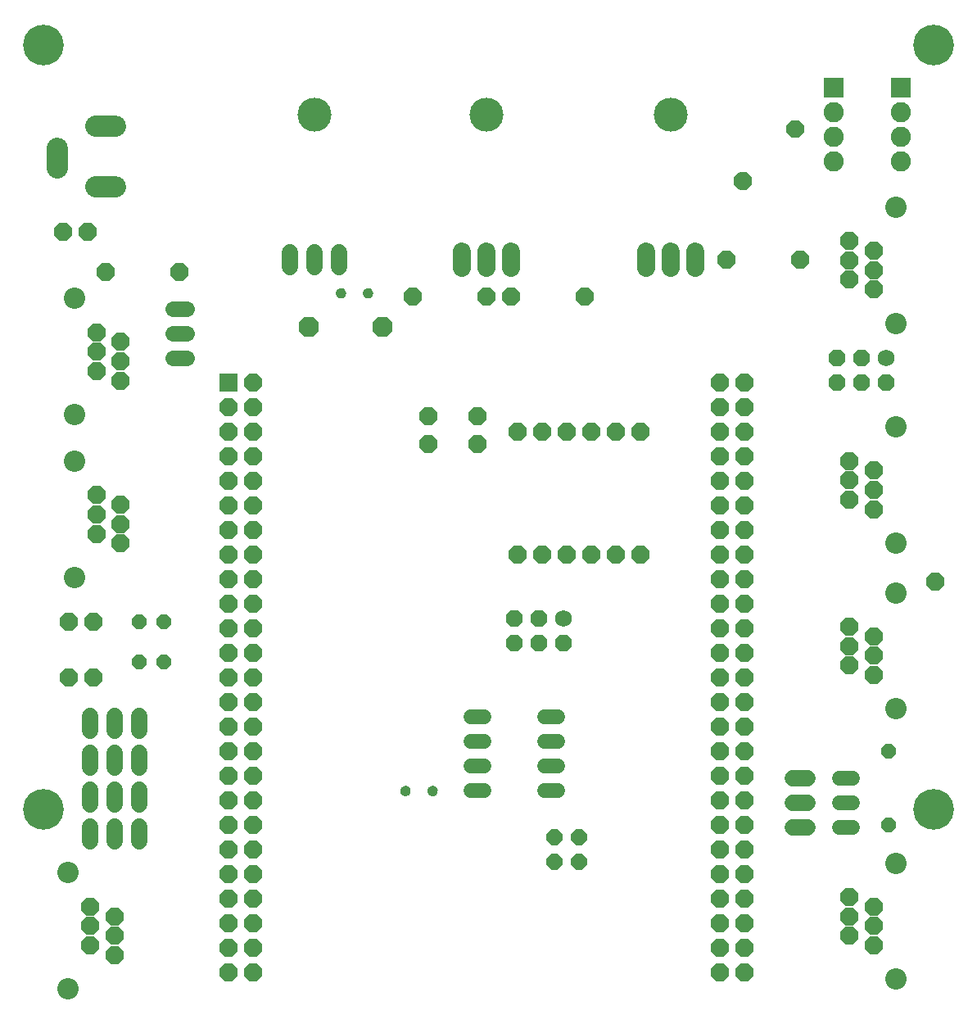
<source format=gts>
G75*
G70*
%OFA0B0*%
%FSLAX24Y24*%
%IPPOS*%
%LPD*%
%AMOC8*
5,1,8,0,0,1.08239X$1,22.5*
%
%ADD10C,0.1655*%
%ADD11R,0.0740X0.0740*%
%ADD12OC8,0.0740*%
%ADD13C,0.0867*%
%ADD14C,0.0680*%
%ADD15OC8,0.0680*%
%ADD16C,0.0600*%
%ADD17C,0.0050*%
%ADD18R,0.0820X0.0820*%
%ADD19C,0.0820*%
%ADD20OC8,0.0600*%
%ADD21C,0.0680*%
%ADD22C,0.0867*%
%ADD23C,0.1380*%
%ADD24OC8,0.0830*%
%ADD25C,0.0740*%
%ADD26C,0.0148*%
%ADD27C,0.0640*%
%ADD28OC8,0.0640*%
D10*
X005649Y010963D03*
X005649Y042066D03*
X041869Y042066D03*
X041869Y010963D03*
D11*
X013180Y028333D03*
D12*
X013180Y027333D03*
X013180Y026333D03*
X013180Y025333D03*
X014180Y025333D03*
X014180Y026333D03*
X014180Y027333D03*
X014180Y028333D03*
X014180Y024333D03*
X014180Y023333D03*
X014180Y022333D03*
X014180Y021333D03*
X014180Y020333D03*
X013180Y020333D03*
X013180Y021333D03*
X013180Y022333D03*
X013180Y023333D03*
X013180Y024333D03*
X008789Y023352D03*
X008789Y022565D03*
X008789Y021777D03*
X007805Y022171D03*
X007805Y022958D03*
X007805Y023746D03*
X008789Y028402D03*
X008789Y029190D03*
X008789Y029977D03*
X007805Y030371D03*
X007805Y029583D03*
X007805Y028796D03*
X008180Y032833D03*
X007430Y034458D03*
X006430Y034458D03*
X011180Y032833D03*
X020680Y031833D03*
X023680Y031833D03*
X024680Y031833D03*
X027680Y031833D03*
X023305Y026958D03*
X023305Y025833D03*
X024930Y026333D03*
X025930Y026333D03*
X026930Y026333D03*
X027930Y026333D03*
X028930Y026333D03*
X029930Y026333D03*
X033180Y026333D03*
X033180Y025333D03*
X034180Y025333D03*
X034180Y026333D03*
X034180Y027333D03*
X033180Y027333D03*
X033180Y028333D03*
X034180Y028333D03*
X034180Y024333D03*
X034180Y023333D03*
X034180Y022333D03*
X034180Y021333D03*
X034180Y020333D03*
X033180Y020333D03*
X033180Y021333D03*
X033180Y022333D03*
X033180Y023333D03*
X033180Y024333D03*
X029930Y021333D03*
X028930Y021333D03*
X027930Y021333D03*
X026930Y021333D03*
X025930Y021333D03*
X024930Y021333D03*
X021305Y025833D03*
X021305Y026958D03*
X014180Y019333D03*
X014180Y018333D03*
X014180Y017333D03*
X014180Y016333D03*
X014180Y015333D03*
X013180Y015333D03*
X013180Y016333D03*
X013180Y017333D03*
X013180Y018333D03*
X013180Y019333D03*
X013180Y014333D03*
X013180Y013333D03*
X013180Y012333D03*
X013180Y011333D03*
X014180Y011333D03*
X014180Y012333D03*
X014180Y013333D03*
X014180Y014333D03*
X014180Y010333D03*
X014180Y009333D03*
X014180Y008333D03*
X014180Y007333D03*
X014180Y006333D03*
X013180Y006333D03*
X013180Y007333D03*
X013180Y008333D03*
X013180Y009333D03*
X013180Y010333D03*
X008539Y006602D03*
X008539Y005815D03*
X008539Y005027D03*
X007555Y005421D03*
X007555Y006208D03*
X007555Y006996D03*
X013180Y005333D03*
X013180Y004333D03*
X014180Y004333D03*
X014180Y005333D03*
X007680Y016333D03*
X006680Y016333D03*
X006680Y018583D03*
X007680Y018583D03*
X033180Y018333D03*
X033180Y017333D03*
X033180Y016333D03*
X033180Y015333D03*
X034180Y015333D03*
X034180Y016333D03*
X034180Y017333D03*
X034180Y018333D03*
X034180Y019333D03*
X033180Y019333D03*
X033180Y014333D03*
X033180Y013333D03*
X033180Y012333D03*
X033180Y011333D03*
X034180Y011333D03*
X034180Y012333D03*
X034180Y013333D03*
X034180Y014333D03*
X034180Y010333D03*
X034180Y009333D03*
X034180Y008333D03*
X034180Y007333D03*
X034180Y006333D03*
X033180Y006333D03*
X033180Y007333D03*
X033180Y008333D03*
X033180Y009333D03*
X033180Y010333D03*
X033180Y005333D03*
X033180Y004333D03*
X034180Y004333D03*
X034180Y005333D03*
X038446Y005815D03*
X038446Y006602D03*
X038446Y007389D03*
X039430Y006996D03*
X039430Y006208D03*
X039430Y005421D03*
X039430Y016421D03*
X039430Y017208D03*
X039430Y017996D03*
X038446Y018389D03*
X038446Y017602D03*
X038446Y016815D03*
X041930Y020208D03*
X039430Y023171D03*
X039430Y023958D03*
X039430Y024746D03*
X038446Y025139D03*
X038446Y024352D03*
X038446Y023565D03*
X039430Y032115D03*
X039430Y032902D03*
X039430Y033690D03*
X038446Y034083D03*
X038446Y033296D03*
X038446Y032508D03*
X036430Y033333D03*
X033430Y033333D03*
D13*
X006649Y003649D03*
X006649Y008374D03*
X006899Y020399D03*
X006899Y025124D03*
X006899Y027024D03*
X006899Y031749D03*
X040336Y030737D03*
X040336Y026517D03*
X040336Y021793D03*
X040336Y019767D03*
X040336Y015043D03*
X040336Y008767D03*
X040336Y004043D03*
X040336Y035461D03*
D14*
X039930Y029333D03*
X026805Y018708D03*
D15*
X026805Y017708D03*
X025805Y017708D03*
X024805Y017708D03*
X024805Y018708D03*
X025805Y018708D03*
X037930Y028333D03*
X038930Y028333D03*
X039930Y028333D03*
X038930Y029333D03*
X037930Y029333D03*
D16*
X026565Y014708D02*
X026045Y014708D01*
X026045Y013708D02*
X026565Y013708D01*
X026565Y012708D02*
X026045Y012708D01*
X026045Y011708D02*
X026565Y011708D01*
X023565Y011708D02*
X023045Y011708D01*
X023045Y012708D02*
X023565Y012708D01*
X023565Y013708D02*
X023045Y013708D01*
X023045Y014708D02*
X023565Y014708D01*
X038045Y012208D02*
X038565Y012208D01*
X038565Y011208D02*
X038045Y011208D01*
X038045Y010208D02*
X038565Y010208D01*
D17*
X021655Y011682D02*
X021312Y011682D01*
X021313Y011671D02*
X021309Y011710D01*
X021314Y011749D01*
X021327Y011785D01*
X021348Y011818D01*
X021375Y011845D01*
X021408Y011865D01*
X021445Y011877D01*
X021483Y011881D01*
X021521Y011878D01*
X021558Y011866D01*
X021590Y011846D01*
X021618Y011820D01*
X021639Y011788D01*
X021653Y011752D01*
X021658Y011714D01*
X021654Y011674D01*
X021642Y011636D01*
X021622Y011601D01*
X021594Y011572D01*
X021560Y011550D01*
X021523Y011536D01*
X021483Y011530D01*
X021444Y011535D01*
X021407Y011549D01*
X021373Y011571D01*
X021346Y011599D01*
X021325Y011633D01*
X021313Y011671D01*
X021325Y011634D02*
X021641Y011634D01*
X021606Y011585D02*
X021359Y011585D01*
X021440Y011537D02*
X021525Y011537D01*
X021656Y011731D02*
X021312Y011731D01*
X021325Y011779D02*
X021643Y011779D01*
X021610Y011828D02*
X021358Y011828D01*
X021442Y011876D02*
X021526Y011876D01*
X020551Y011752D02*
X020556Y011714D01*
X020552Y011674D01*
X020540Y011636D01*
X020520Y011601D01*
X020492Y011572D01*
X020458Y011550D01*
X020421Y011536D01*
X020381Y011530D01*
X020342Y011535D01*
X020304Y011549D01*
X020271Y011571D01*
X020244Y011599D01*
X020223Y011633D01*
X020211Y011671D01*
X020207Y011710D01*
X020212Y011749D01*
X020225Y011785D01*
X020246Y011818D01*
X020273Y011845D01*
X020306Y011865D01*
X020343Y011877D01*
X020381Y011881D01*
X020419Y011878D01*
X020456Y011866D01*
X020488Y011846D01*
X020516Y011820D01*
X020537Y011788D01*
X020551Y011752D01*
X020554Y011731D02*
X020209Y011731D01*
X020210Y011682D02*
X020553Y011682D01*
X020539Y011634D02*
X020223Y011634D01*
X020257Y011585D02*
X020504Y011585D01*
X020423Y011537D02*
X020338Y011537D01*
X020223Y011779D02*
X020541Y011779D01*
X020508Y011828D02*
X020256Y011828D01*
X020340Y011876D02*
X020424Y011876D01*
X018854Y031785D02*
X018892Y031789D01*
X018929Y031802D01*
X018962Y031822D01*
X018989Y031849D01*
X019010Y031882D01*
X019023Y031918D01*
X019028Y031956D01*
X019024Y031996D01*
X019012Y032033D01*
X018991Y032067D01*
X018964Y032096D01*
X018931Y032117D01*
X018893Y032131D01*
X018854Y032136D01*
X018814Y032131D01*
X018777Y032116D01*
X018743Y032094D01*
X018715Y032065D01*
X018695Y032031D01*
X018683Y031992D01*
X018679Y031952D01*
X018684Y031914D01*
X018698Y031878D01*
X018719Y031846D01*
X018747Y031820D01*
X018779Y031800D01*
X018816Y031789D01*
X018854Y031785D01*
X018942Y031810D02*
X018763Y031810D01*
X018711Y031858D02*
X018995Y031858D01*
X019019Y031907D02*
X018687Y031907D01*
X018679Y031955D02*
X019028Y031955D01*
X019022Y032004D02*
X018686Y032004D01*
X018708Y032052D02*
X019000Y032052D01*
X018956Y032101D02*
X018753Y032101D01*
X017922Y031996D02*
X017926Y031956D01*
X017921Y031918D01*
X017908Y031882D01*
X017887Y031849D01*
X017860Y031822D01*
X017827Y031802D01*
X017790Y031789D01*
X017752Y031785D01*
X017714Y031789D01*
X017677Y031800D01*
X017645Y031820D01*
X017617Y031846D01*
X017596Y031878D01*
X017582Y031914D01*
X017577Y031952D01*
X017581Y031992D01*
X017593Y032031D01*
X017613Y032065D01*
X017641Y032094D01*
X017675Y032116D01*
X017712Y032131D01*
X017752Y032136D01*
X017791Y032131D01*
X017828Y032117D01*
X017862Y032096D01*
X017889Y032067D01*
X017910Y032033D01*
X017922Y031996D01*
X017919Y032004D02*
X017584Y032004D01*
X017577Y031955D02*
X017926Y031955D01*
X017917Y031907D02*
X017585Y031907D01*
X017609Y031858D02*
X017893Y031858D01*
X017840Y031810D02*
X017661Y031810D01*
X017606Y032052D02*
X017898Y032052D01*
X017854Y032101D02*
X017651Y032101D01*
D18*
X037805Y040333D03*
X040555Y040333D03*
D19*
X040555Y039333D03*
X040555Y038333D03*
X040555Y037333D03*
X037805Y037333D03*
X037805Y038333D03*
X037805Y039333D03*
D20*
X010555Y018583D03*
X009555Y018583D03*
X009555Y016958D03*
X010555Y016958D03*
X040055Y013333D03*
X040055Y010333D03*
D21*
X036730Y010208D02*
X036130Y010208D01*
X036130Y011208D02*
X036730Y011208D01*
X036730Y012208D02*
X036130Y012208D01*
X017680Y033033D02*
X017680Y033633D01*
X016680Y033633D02*
X016680Y033033D01*
X015680Y033033D02*
X015680Y033633D01*
X009555Y014758D02*
X009555Y014158D01*
X009555Y013258D02*
X009555Y012658D01*
X009555Y011758D02*
X009555Y011158D01*
X009555Y010258D02*
X009555Y009658D01*
X008555Y009658D02*
X008555Y010258D01*
X008555Y011158D02*
X008555Y011758D01*
X008555Y012658D02*
X008555Y013258D01*
X008555Y014158D02*
X008555Y014758D01*
X007555Y014758D02*
X007555Y014158D01*
X007555Y013258D02*
X007555Y012658D01*
X007555Y011758D02*
X007555Y011158D01*
X007555Y010258D02*
X007555Y009658D01*
D22*
X007771Y036275D02*
X008558Y036275D01*
X008558Y038756D02*
X007771Y038756D01*
X006196Y037850D02*
X006196Y037063D01*
D23*
X016680Y039233D03*
X023680Y039233D03*
X031180Y039233D03*
D24*
X019430Y030583D03*
X016430Y030583D03*
D25*
X022680Y033003D02*
X022680Y033663D01*
X023680Y033663D02*
X023680Y033003D01*
X024680Y033003D02*
X024680Y033663D01*
X030180Y033663D02*
X030180Y033003D01*
X031180Y033003D02*
X031180Y033663D01*
X032180Y033663D02*
X032180Y033003D01*
D26*
X033898Y036474D02*
X033824Y036400D01*
X033824Y036646D01*
X033996Y036818D01*
X034242Y036818D01*
X034414Y036646D01*
X034414Y036400D01*
X034242Y036228D01*
X033996Y036228D01*
X033824Y036400D01*
X033935Y036446D01*
X033935Y036600D01*
X034042Y036707D01*
X034196Y036707D01*
X034303Y036600D01*
X034303Y036446D01*
X034196Y036339D01*
X034042Y036339D01*
X033935Y036446D01*
X034046Y036492D01*
X034046Y036554D01*
X034088Y036596D01*
X034150Y036596D01*
X034192Y036554D01*
X034192Y036492D01*
X034150Y036450D01*
X034088Y036450D01*
X034046Y036492D01*
X036020Y038595D02*
X035946Y038521D01*
X035946Y038767D01*
X036118Y038939D01*
X036364Y038939D01*
X036536Y038767D01*
X036536Y038521D01*
X036364Y038349D01*
X036118Y038349D01*
X035946Y038521D01*
X036057Y038567D01*
X036057Y038721D01*
X036164Y038828D01*
X036318Y038828D01*
X036425Y038721D01*
X036425Y038567D01*
X036318Y038460D01*
X036164Y038460D01*
X036057Y038567D01*
X036168Y038613D01*
X036168Y038675D01*
X036210Y038717D01*
X036272Y038717D01*
X036314Y038675D01*
X036314Y038613D01*
X036272Y038571D01*
X036210Y038571D01*
X036168Y038613D01*
D27*
X011460Y031333D02*
X010900Y031333D01*
X010900Y030333D02*
X011460Y030333D01*
X011460Y029333D02*
X010900Y029333D01*
D28*
X026430Y009833D03*
X026430Y008833D03*
X027430Y008833D03*
X027430Y009833D03*
M02*

</source>
